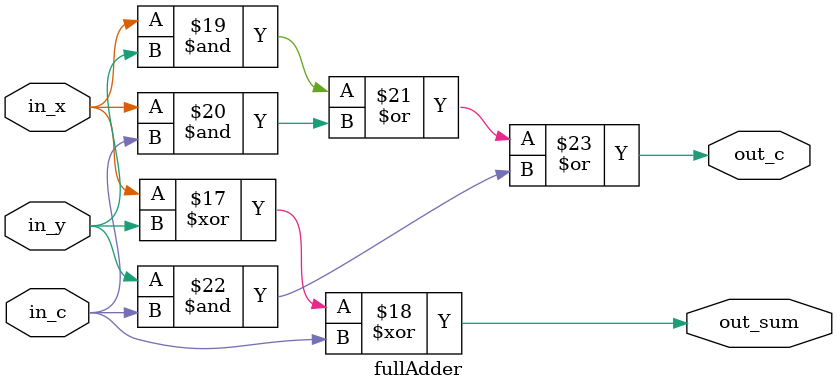
<source format=v>
/*
    the improved ALU
*/

`timescale 1ns/100ps
`define STEP 10

`define TEST000 0  // pass
`define TEST001 1  // AND
`define TEST010 2  // OR
`define TEST011 3  // NOT
`define TEST100 4  // add
`define TEST101 5  // subtract
`define TEST110 6  // increment
`define TEST111 7  // decrement

module tb();
    wire [3:0] outY;
    wire SO;
    wire UO;
    reg [3:0] inA;
    reg [3:0] inB;
    reg [2:0] selt;

    integer idxA;
    integer idxB;
    reg [4:0] temp;

    imp_alu DUT (
                    .out_y(outY),
                    .s_o(SO),
                    .u_o(UO),
                    .in_a(inA),
                    .in_b(inB),
                    .sel(selt)
                );

    initial begin
        temp = 5'b0000_0;

        `ifdef TEST000
        selt = 3'b000;
        $write("\ntest bypass  ,  select =  %b  ,  SO = 0  ,  UO = 0  ,  a[3:0] --> Y[3:0]\n\n", selt);
        $write("   a    |   b     |  Y     S_O  U_O\n");
        $write("-----------------------------------\n");
        for (idxA = 0; idxA < 16; idxA = idxA + 1) begin
            inA = idxA;
            for (idxB = 0; idxB < 16; idxB = idxB + 1) begin
                inB = idxB;
                #`STEP
                $write(" %b   | %b    | %b    %b    %b",
                    inA, inB, outY, SO, UO);
                if (inA == outY) begin
                    $write("    CORRECT, a-> {pass}-> Y\n");
                end
                else begin
                    $write("    WRONG\n");
                end
            end
            $write("-----------------------------------\n");
        end
        $write("\n\n************************************************************************************\n");
        $write("************************************************************************************\n\n");
        `endif

        `ifdef TEST001
        selt = 3'b001;
        $write("\ntest AND  ,  select =  %b  ,  SO = 0  ,  UO = 0  ,  a[3:0] & b[3:0] --> Y[3:0]\n\n", selt);
        $write("   a    |   b     |  Y     S_O  U_O\n");
        $write("-----------------------------------\n");
        for (idxA = 0; idxA < 16; idxA = idxA + 1) begin
            inA = idxA;
            for (idxB = 0; idxB < 16; idxB = idxB + 1) begin
                inB = idxB;
                temp = inA & inB;
                #`STEP
                $write(" %b   | %b    | %b    %b    %b",
                    inA, inB, outY, SO, UO);
                if (temp == outY) begin
                    $write("    CORRECT, a & b -> Y\n");
                end
                else begin
                    $write("    WRONG\n");
                end
            end
            $write("-----------------------------------\n");
        end
        $write("\n\n************************************************************************************\n");
        $write("************************************************************************************\n\n");
        `endif

        `ifdef TEST010
        selt = 3'b010;
        $write("\ntest OR  ,  select =  %b  ,  SO = 0  ,  UO = 0  ,  a[3:0] | b[3:0] --> Y[3:0]\n\n", selt);
        $write("   a    |   b     |  Y     S_O  U_O\n");
        $write("-----------------------------------\n");
        for (idxA = 0; idxA < 16; idxA = idxA + 1) begin
            inA = idxA;
            for (idxB = 0; idxB < 16; idxB = idxB + 1) begin
                inB = idxB;
                temp = inA | inB;
                #`STEP
                $write(" %b   | %b    | %b    %b    %b",
                    inA, inB, outY, SO, UO);
                if (temp == outY) begin
                    $write("    CORRECT, a | b -> Y\n");
                end
                else begin
                    $write("    WRONG\n");
                end
            end
            $write("-----------------------------------\n");
        end
        $write("\n\n************************************************************************************\n");
        $write("************************************************************************************\n\n");
        `endif

        `ifdef TEST011
        selt = 3'b011;
        $write("\ntest NOT  ,  select =  %b  ,  SO = 0  ,  UO = 0  ,  ~a[3:0] --> Y[3:0]\n\n", selt);
        $write("   a    |   b     |  Y     S_O  U_O\n");
        $write("-----------------------------------\n");
        for (idxA = 0; idxA < 16; idxA = idxA + 1) begin
            inA = idxA;
            for (idxB = 0; idxB < 16; idxB = idxB + 1) begin
                inB = idxB;
                temp[3:0] = ~inA;
                #`STEP
                $write(" %b   | %b    | %b    %b    %b",
                    inA, inB, outY, SO, UO);
                if (temp[3:0] == outY) begin
                    $write("    CORRECT, ~a -> Y\n");
                end
                else begin
                    $write("    WRONG\n");
                end
            end
            $write("-----------------------------------\n");
        end
        $write("\n\n************************************************************************************\n");
        $write("************************************************************************************\n\n");
        `endif

        `ifdef TEST100
        selt = 3'b100;
        $write("\ntest add  ,  select =  %b  ,  a[3:0] + b[3:0] --> Y[3:0]\n\n", selt);
        $write("   a    |   b     |  Y     S_O  U_O\n");
        $write("-----------------------------------\n");
        for (idxA = 0; idxA < 16; idxA = idxA + 1) begin
            inA = idxA;
            for (idxB = 0; idxB < 16; idxB = idxB + 1) begin
                inB = idxB;
                #`STEP
                $write(" %b   | %b    | %b    %b    %b",
                    inA, inB, outY, SO, UO);
                disp_vals(inA, inB, outY, SO, UO, selt);
            end
            $write("-----------------------------------\n");
        end
        $write("\n\n************************************************************************************\n");
        $write("************************************************************************************\n\n");
        `endif

        `ifdef TEST101
        selt = 3'b101;
        $write("\ntest subtract  ,  select =  %b  ,  a[3:0] - b[3:0] --> Y[3:0]\n\n", selt);
        $write("   a    |   b     |  Y     S_O  U_O\n");
        $write("-----------------------------------\n");
        for (idxA = 0; idxA < 16; idxA = idxA + 1) begin
            inA = idxA;
            for (idxB = 0; idxB < 16; idxB = idxB + 1) begin
                inB = idxB;
                #`STEP
                $write(" %b   | %b    | %b    %b    %b",
                    inA, inB, outY, SO, UO);
                disp_vals(inA, inB, outY, SO, UO, selt);
            end
            $write("-----------------------------------\n");
        end
        $write("\n\n************************************************************************************\n");
        $write("************************************************************************************\n\n");
        `endif

        `ifdef TEST110
        selt = 3'b110;
        $write("\ntest increment  ,  select =  %b  ,  a[3:0] + 1 --> Y[3:0]\n\n", selt);
        $write("   a    |   b     |  Y     S_O  U_O\n");
        $write("-----------------------------------\n");
        for (idxA = 0; idxA < 16; idxA = idxA + 1) begin
            inA = idxA;
            for (idxB = 0; idxB < 16; idxB = idxB + 1) begin
                inB = idxB;
                #`STEP
                $write(" %b   | %b    | %b    %b    %b",
                    inA, inB, outY, SO, UO);
                disp_vals(inA, inB, outY, SO, UO, selt);
            end
            $write("-----------------------------------\n");
        end
        $write("\n\n************************************************************************************\n");
        $write("************************************************************************************\n\n");
        `endif

        `ifdef TEST111
        selt = 3'b111;
        $write("\ntest decrement  ,  select =  %b  ,  a[3:0] - 1 --> Y[3:0]\n\n", selt);
        $write("   a    |   b     |  Y     S_O  U_O\n");
        $write("-----------------------------------\n");
        for (idxA = 0; idxA < 16; idxA = idxA + 1) begin
            inA = idxA;
            for (idxB = 0; idxB < 16; idxB = idxB + 1) begin
                inB = idxB;
                #`STEP
                $write(" %b   | %b    | %b    %b    %b",
                    inA, inB, outY, SO, UO);
                disp_vals(inA, inB, outY, SO, UO, selt);
            end
            $write("-----------------------------------\n");
        end
        $write("\n\n************************************************************************************\n");
        $write("************************************************************************************\n\n");
        `endif

        #`STEP
        $write("\n\n\t\t ~ ~ ~ TEST COMPLETE ~ ~ ~\n\n");
        $finish;
    end


    task automatic disp_vals;
        input [3:0] regA;
        input [3:0] regB;
        input [3:0] regY;
        input so;
        input uo;
        input [2:0] selector;

        integer intA_u;
        integer intB_u;
        integer intY_u;
        integer intA_s;
        integer intB_s;
        integer intY_s;

        begin

            case(regA)
                4'b0000 : begin intA_u = 0;  intA_s = 0;  end
                4'b0001 : begin intA_u = 1;  intA_s = 1;  end
                4'b0010 : begin intA_u = 2;  intA_s = 2;  end
                4'b0011 : begin intA_u = 3;  intA_s = 3;  end
                4'b0100 : begin intA_u = 4;  intA_s = 4;  end
                4'b0101 : begin intA_u = 5;  intA_s = 5;  end
                4'b0110 : begin intA_u = 6;  intA_s = 6;  end
                4'b0111 : begin intA_u = 7;  intA_s = 7;  end
                4'b1000 : begin intA_u = 8;  intA_s = -8; end
                4'b1001 : begin intA_u = 9;  intA_s = -7; end
                4'b1010 : begin intA_u = 10; intA_s = -6; end
                4'b1011 : begin intA_u = 11; intA_s = -5; end
                4'b1100 : begin intA_u = 12; intA_s = -4; end
                4'b1101 : begin intA_u = 13; intA_s = -3; end
                4'b1110 : begin intA_u = 14; intA_s = -2; end
                4'b1111 : begin intA_u = 15; intA_s = -1; end
            endcase  

            case(regB)
                4'b0000 : begin intB_u = 0;  intB_s = 0; end
                4'b0001 : begin intB_u = 1;  intB_s = 1; end
                4'b0010 : begin intB_u = 2;  intB_s = 2; end
                4'b0011 : begin intB_u = 3;  intB_s = 3; end
                4'b0100 : begin intB_u = 4;  intB_s = 4; end
                4'b0101 : begin intB_u = 5;  intB_s = 5; end
                4'b0110 : begin intB_u = 6;  intB_s = 6; end
                4'b0111 : begin intB_u = 7;  intB_s = 7; end
                4'b1000 : begin intB_u = 8;  intB_s = -8; end
                4'b1001 : begin intB_u = 9;  intB_s = -7; end
                4'b1010 : begin intB_u = 10; intB_s = -6; end
                4'b1011 : begin intB_u = 11; intB_s = -5; end
                4'b1100 : begin intB_u = 12; intB_s = -4; end
                4'b1101 : begin intB_u = 13; intB_s = -3; end
                4'b1110 : begin intB_u = 14; intB_s = -2; end
                4'b1111 : begin intB_u = 15; intB_s = -1; end
            endcase 

            if (selector == 3'b100) begin
                intY_u = intA_u + intB_u;
                intY_s = intA_s + intB_s;
                $write("  ~~~~  %3d + %3d = %3d   <*>   %3d + %3d = %3d\n",
                    intA_s, intB_s, intY_s, intA_u, intB_u, intY_u);
            end
            if (selector == 3'b101) begin
                intY_u = intA_u - intB_u;
                intY_s = intA_s - intB_s;
                $write("  ~~~~  %3d - %3d = %3d   <*>   %3d - %3d = %3d\n",
                    intA_s, intB_s, intY_s, intA_u, intB_u, intY_u);
            end
            if (selector == 3'b110) begin
                intY_u = intA_u + 1;
                intY_s = intA_s + 1;
                $write("  ~~~~  %3d + 1 = %3d   <*>   %3d + 1 = %3d\n",
                    intA_s, intY_s, intA_u, intY_u);
            end
            if (selector == 3'b111) begin
                intY_u = intA_u - 1;
                intY_s = intA_s - 1;
                $write("  ~~~~  %3d - 1 = %3d   <*>   %3d - 1 = %3d\n",
                    intA_s, intY_s, intA_u, intY_u);
            end
            
        end

    endtask
               
endmodule


////~~~~ ALU


module imp_alu (
                    output [3:0] out_y,
                    output s_o,
                    output u_o,
                    input [3:0] in_a,
                    input [3:0] in_b,
                    input [2:0] sel
               );
    wire [3:0] w_ae;
    wire [3:0] w_le;
    wire w_ce;
    wire [2:0] out_c;
    wire w_so;

    CE ce0 (w_ce, sel);
    AE ae0 (w_ae[0], in_b[0], sel);
    LE le0 (w_le[0], in_a[0], in_b[0], sel);
    fullAdder fa0 (w_ae[0], w_le[0], w_ce, out_c[0], out_y[0]);
   
    AE ae1 (w_ae[1], in_b[1], sel);
    LE le1 (w_le[1], in_a[1], in_b[1], sel);
    fullAdder fa1 (w_ae[1], w_le[1], out_c[0], out_c[1], out_y[1]);
    
    AE ae2 (w_ae[2], in_b[2], sel);
    LE le2 (w_le[2], in_a[2], in_b[2], sel);
    fullAdder fa2 (w_ae[2], w_le[2], out_c[1], out_c[2], out_y[2]);
   
    AE ae3 (w_ae[3], in_b[3], sel);
    LE le3 (w_le[3], in_a[3], in_b[3], sel);
    fullAdder fa3 (w_ae[3], w_le[3], out_c[2], u_o, out_y[2]);
    
    xor out_xor (s_o, u_o, out_c[2]);

endmodule


////~~~~ arithmetic extension


module AE (
            output out_yi,
            input in_bi,
            input [2:0] sel
          );
    wire w_not1_or2_g1;
    wire w_not2_and4_g2;
    wire w_not3_and4_g2;
    wire w_or2_g1;
    wire w_and3_g1;
    wire w_and4_g2;
    
    not not1_or2_g1 (w_not1_or2_g1, in_bi);
    not not2_and4_g2 (w_not2_and4_g2, sel[0]);
    not not3_and4_g2 (w_not3_and4_g2, sel[1]);
  
    or or2_g1 (w_or2_g1, sel[1], w_not1_or2_g1);
    and and3_g1 (w_and3_g1, sel[0], sel[2], w_or2_g1);
    and and4_g2 (w_and4_g2, sel[2], in_bi, w_not2_and4_g2, w_not3_and4_g2);
    or or2_g2 (out_yi, w_and3_g1, w_and4_g2);
endmodule

////~~~~ CE


module CE (
            output c_in,
            input [2:0] sel
          );
    wire w_xor;
    xor xor_g (w_xor, sel[0], sel[1]);
    and and_out (c_in, w_xor, sel[2]);
endmodule


////~~~~ logic extension


module LE (
            output out_xi,
            input in_ai,
            input in_bi,
            input [2:0] sel
          );
    wire w_not1_and4_g4;
    wire w_not2_and2_g2;
    wire w_not3_and3_g3;
    wire w_not4_and4_g4;
    wire w_and2_g1;
    wire w_and2_g2;
    wire w_and3_g3;
    wire w_and4_g4;
    wire w_or2_g1;

    not not1_and4_g4 (w_not1_and4_g4, sel[2]);
    not not2_and2_g2 (w_not2_and2_g2, sel[0]);
    not not3_and3_g3 (w_not3_and3_g3, sel[1]);
    not not4_and4_g4 (w_not4_and4_g4, in_ai);

    and and2_g1 (w_and2_g1, in_ai);
    and and2_g2 (w_and2_g2, w_not2_and2_g2, in_ai);
    and and3_g3 (w_and3_g3, w_not3_and3_g3, in_ai, in_bi);
    or or2_g1 (w_or2_g1, in_bi, sel[0]);
    and and4_g4 (w_and4_g4, w_not1_and4_g4, w_not4_and4_g4, w_or2_g1, sel[1]);
endmodule


////~~~~ Full Adder {1-bit}


module fullAdder (
                    input in_x, 
                    input in_y, 
                    input in_c, 
                    output out_c,
                    output out_sum);
    assign out_sum = in_x ^ in_y ^ in_c;
    assign out_c = (in_x & in_y) | (in_x & in_c) | (in_y & in_c); 
endmodule


////////~~~~~~~~END>  que2.v












/*
////~~~~ Full Adder {4-bit}


module adder4 (
                input [3:0] in_a,
                input [3:0] in_b,
                input in_c,
                output out_c,
                output [3:0] out_sum
              );
    wire   [3:1] C;

    fullAdder FA0 (in_a[0], in_b[0], in_c, C[1], out_sum[0]);
    fullAdder FA1 (in_a[1], in_b[1], C[1], C[2], out_sum[1]);
    fullAdder FA2 (in_a[2], in_b[2], C[2],C[3], out_sum[2]);
    fullAdder FA3 (in_a[3], in_b[3], C[3], out_c, out_sum[3]);
endmodule
*/
</source>
